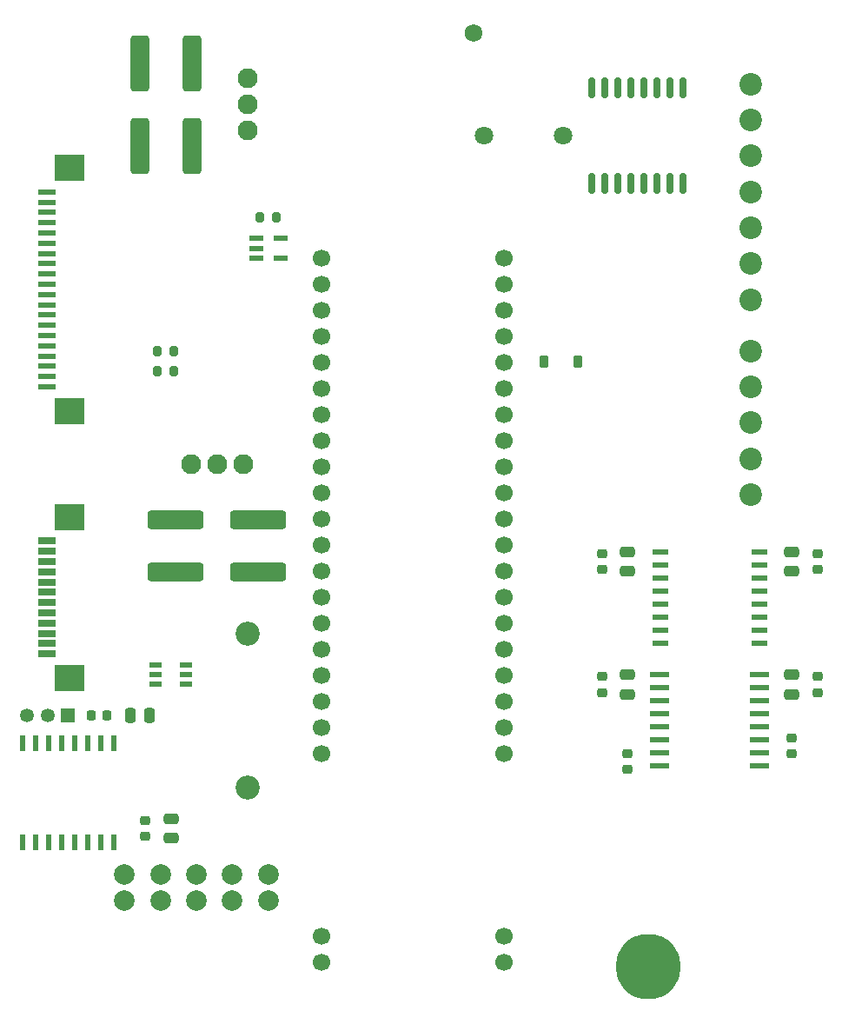
<source format=gbr>
%TF.GenerationSoftware,KiCad,Pcbnew,9.0.3*%
%TF.CreationDate,2025-09-01T08:56:01+03:00*%
%TF.ProjectId,PMCPU-LLP,504d4350-552d-44c4-9c50-2e6b69636164,rev?*%
%TF.SameCoordinates,Original*%
%TF.FileFunction,Soldermask,Top*%
%TF.FilePolarity,Negative*%
%FSLAX46Y46*%
G04 Gerber Fmt 4.6, Leading zero omitted, Abs format (unit mm)*
G04 Created by KiCad (PCBNEW 9.0.3) date 2025-09-01 08:56:01*
%MOMM*%
%LPD*%
G01*
G04 APERTURE LIST*
G04 Aperture macros list*
%AMRoundRect*
0 Rectangle with rounded corners*
0 $1 Rounding radius*
0 $2 $3 $4 $5 $6 $7 $8 $9 X,Y pos of 4 corners*
0 Add a 4 corners polygon primitive as box body*
4,1,4,$2,$3,$4,$5,$6,$7,$8,$9,$2,$3,0*
0 Add four circle primitives for the rounded corners*
1,1,$1+$1,$2,$3*
1,1,$1+$1,$4,$5*
1,1,$1+$1,$6,$7*
1,1,$1+$1,$8,$9*
0 Add four rect primitives between the rounded corners*
20,1,$1+$1,$2,$3,$4,$5,0*
20,1,$1+$1,$4,$5,$6,$7,0*
20,1,$1+$1,$6,$7,$8,$9,0*
20,1,$1+$1,$8,$9,$2,$3,0*%
G04 Aperture macros list end*
%ADD10RoundRect,0.225000X0.225000X0.375000X-0.225000X0.375000X-0.225000X-0.375000X0.225000X-0.375000X0*%
%ADD11O,6.350000X6.350000*%
%ADD12R,1.181100X0.558800*%
%ADD13RoundRect,0.200000X0.200000X0.275000X-0.200000X0.275000X-0.200000X-0.275000X0.200000X-0.275000X0*%
%ADD14RoundRect,0.250000X-0.475000X0.250000X-0.475000X-0.250000X0.475000X-0.250000X0.475000X0.250000X0*%
%ADD15RoundRect,0.225000X-0.250000X0.225000X-0.250000X-0.225000X0.250000X-0.225000X0.250000X0.225000X0*%
%ADD16C,1.800000*%
%ADD17RoundRect,0.250000X-2.450000X0.650000X-2.450000X-0.650000X2.450000X-0.650000X2.450000X0.650000X0*%
%ADD18RoundRect,0.250000X0.650000X2.450000X-0.650000X2.450000X-0.650000X-2.450000X0.650000X-2.450000X0*%
%ADD19R,1.854200X0.482600*%
%ADD20R,0.482600X1.549400*%
%ADD21R,1.320800X0.558800*%
%ADD22C,1.950000*%
%ADD23R,1.803400X0.635000*%
%ADD24R,2.997200X2.590800*%
%ADD25R,1.350000X1.350000*%
%ADD26C,1.350000*%
%ADD27RoundRect,0.250000X0.475000X-0.250000X0.475000X0.250000X-0.475000X0.250000X-0.475000X-0.250000X0*%
%ADD28RoundRect,0.250000X-0.250000X-0.475000X0.250000X-0.475000X0.250000X0.475000X-0.250000X0.475000X0*%
%ADD29C,1.700000*%
%ADD30R,1.800000X0.600000*%
%ADD31R,3.000000X2.600000*%
%ADD32C,1.725000*%
%ADD33RoundRect,0.225000X0.250000X-0.225000X0.250000X0.225000X-0.250000X0.225000X-0.250000X-0.225000X0*%
%ADD34C,2.200000*%
%ADD35R,1.549400X0.482600*%
%ADD36RoundRect,0.150000X0.150000X-0.875000X0.150000X0.875000X-0.150000X0.875000X-0.150000X-0.875000X0*%
%ADD37C,2.000000*%
%ADD38RoundRect,0.225000X0.225000X0.250000X-0.225000X0.250000X-0.225000X-0.250000X0.225000X-0.250000X0*%
%ADD39C,2.350000*%
G04 APERTURE END LIST*
D10*
%TO.C,D1*%
X15150000Y13000000D03*
X11850000Y13000000D03*
%TD*%
D11*
%TO.C,PE1*%
X22000000Y-46000000D03*
%TD*%
D12*
%TO.C,U7*%
X-23033150Y-18450001D03*
X-23033150Y-17500000D03*
X-23033150Y-16549999D03*
X-25966850Y-16549999D03*
X-25966850Y-17500000D03*
X-25966850Y-18450001D03*
%TD*%
D13*
%TO.C,R10*%
X-24175000Y14000000D03*
X-25825000Y14000000D03*
%TD*%
D14*
%TO.C,C4*%
X36000000Y-17550000D03*
X36000000Y-19450000D03*
%TD*%
D15*
%TO.C,C8*%
X36000000Y-23705000D03*
X36000000Y-25255000D03*
%TD*%
D16*
%TO.C,J1*%
X13750000Y35000000D03*
X6000000Y35000000D03*
%TD*%
D17*
%TO.C,C3*%
X-24000000Y-2450000D03*
X-24000000Y-7550000D03*
%TD*%
D15*
%TO.C,C7*%
X38500000Y-17725000D03*
X38500000Y-19275000D03*
%TD*%
%TO.C,C15*%
X20000000Y-25225000D03*
X20000000Y-26775000D03*
%TD*%
D14*
%TO.C,C13*%
X20000000Y-17550000D03*
X20000000Y-19450000D03*
%TD*%
D18*
%TO.C,C6*%
X-22450000Y42000000D03*
X-27550000Y42000000D03*
%TD*%
D13*
%TO.C,R9*%
X-24175000Y12000000D03*
X-25825000Y12000000D03*
%TD*%
D19*
%TO.C,U5*%
X23123200Y-17555000D03*
X23123200Y-18825000D03*
X23123200Y-20095000D03*
X23123200Y-21365000D03*
X23123200Y-22635000D03*
X23123200Y-23905000D03*
X23123200Y-25175000D03*
X23123200Y-26445000D03*
X32876800Y-26445000D03*
X32876800Y-25175000D03*
X32876800Y-23905000D03*
X32876800Y-22635000D03*
X32876800Y-21365000D03*
X32876800Y-20095000D03*
X32876800Y-18825000D03*
X32876800Y-17555000D03*
%TD*%
D20*
%TO.C,U4*%
X-30055000Y-24174000D03*
X-31325000Y-24174000D03*
X-32595000Y-24174000D03*
X-33865000Y-24174000D03*
X-35135000Y-24174000D03*
X-36405000Y-24174000D03*
X-37675000Y-24174000D03*
X-38945000Y-24174000D03*
X-38945000Y-33826000D03*
X-37675000Y-33826000D03*
X-36405000Y-33826000D03*
X-35135000Y-33826000D03*
X-33865000Y-33826000D03*
X-32595000Y-33826000D03*
X-31325000Y-33826000D03*
X-30055000Y-33826000D03*
%TD*%
D21*
%TO.C,CR1*%
X-16193800Y24950001D03*
X-16193800Y24000000D03*
X-16193800Y23049999D03*
X-13806200Y23049999D03*
X-13806200Y24950001D03*
%TD*%
D22*
%TO.C,J5*%
X-17000000Y35460000D03*
X-17000000Y38000000D03*
X-17000000Y40540000D03*
%TD*%
D23*
%TO.C,J7*%
X-36556000Y-15499992D03*
X-36556000Y-14499994D03*
X-36556000Y-13499996D03*
X-36556000Y-12499998D03*
X-36556000Y-11500000D03*
X-36556000Y-10500000D03*
X-36556000Y-9500000D03*
X-36556000Y-8500000D03*
X-36556000Y-7500002D03*
X-36556000Y-6500004D03*
X-36556000Y-5500006D03*
X-36556000Y-4500008D03*
D24*
X-34385999Y-17850003D03*
X-34385999Y-2149997D03*
%TD*%
D25*
%TO.C,J11*%
X-34500000Y-21500000D03*
D26*
X-36500000Y-21500000D03*
X-38500000Y-21500000D03*
%TD*%
D27*
%TO.C,C10*%
X-24500000Y-33450000D03*
X-24500000Y-31550000D03*
%TD*%
D28*
%TO.C,C12*%
X-28450000Y-21500000D03*
X-26550000Y-21500000D03*
%TD*%
D22*
%TO.C,J4*%
X-17460000Y3000000D03*
X-20000000Y3000000D03*
X-22540000Y3000000D03*
%TD*%
D29*
%TO.C,U3*%
X-9780000Y23080000D03*
X-9780000Y20540000D03*
X-9780000Y18000000D03*
X-9780000Y15460000D03*
X-9780000Y12920000D03*
X-9780000Y10380000D03*
X-9780000Y7840000D03*
X-9780000Y5300000D03*
X-9780000Y2760000D03*
X-9780000Y220000D03*
X-9780000Y-2320000D03*
X-9780000Y-4860000D03*
X-9780000Y-7400000D03*
X-9780000Y-9940000D03*
X-9780000Y-12480000D03*
X-9780000Y-15020000D03*
X-9780000Y-17560000D03*
X-9780000Y-20100000D03*
X-9780000Y-22640000D03*
X-9780000Y-25180000D03*
X8000000Y-25180000D03*
X8000000Y-22640000D03*
X8000000Y-20100000D03*
X8000000Y-17560000D03*
X8000000Y-15020000D03*
X8000000Y-12480000D03*
X8000000Y-9940000D03*
X8000000Y-7400000D03*
X8000000Y-4860000D03*
X8000000Y-2320000D03*
X8000000Y220000D03*
X8000000Y2760000D03*
X8000000Y5300000D03*
X8000000Y7840000D03*
X8000000Y10380000D03*
X8000000Y12920000D03*
X8000000Y15460000D03*
X8000000Y18000000D03*
X8000000Y20540000D03*
X8000000Y23080000D03*
X-9780000Y-42960000D03*
X8000000Y-42960000D03*
X-9780000Y-45500000D03*
X8000000Y-45500000D03*
%TD*%
D30*
%TO.C,JM1*%
X-36546000Y10500000D03*
X-36546000Y11500000D03*
X-36546000Y12500000D03*
X-36546000Y13500000D03*
X-36546000Y14500000D03*
X-36546000Y15500000D03*
X-36546000Y16500000D03*
X-36546000Y17500000D03*
X-36546000Y18500000D03*
X-36546000Y19500000D03*
X-36546000Y20500000D03*
X-36546000Y21500000D03*
X-36546000Y22500000D03*
X-36546000Y23500000D03*
X-36546000Y24500000D03*
X-36546000Y25500000D03*
X-36546000Y26500000D03*
X-36546000Y27500000D03*
X-36546000Y28500000D03*
X-36546000Y29500000D03*
D31*
X-34375000Y8150000D03*
X-34375000Y31850000D03*
%TD*%
D32*
%TO.C,U2*%
X5000000Y45000000D03*
%TD*%
D14*
%TO.C,C19*%
X20000000Y-5550000D03*
X20000000Y-7450000D03*
%TD*%
D33*
%TO.C,C9*%
X-27000000Y-33275000D03*
X-27000000Y-31725000D03*
%TD*%
D13*
%TO.C,R11*%
X-14175000Y27000000D03*
X-15825000Y27000000D03*
%TD*%
D18*
%TO.C,C5*%
X-22450000Y34000000D03*
X-27550000Y34000000D03*
%TD*%
D34*
%TO.C,J14*%
X32000000Y0D03*
X32000000Y3500000D03*
X32000000Y7000000D03*
X32000000Y10500000D03*
X32000000Y14000000D03*
%TD*%
D14*
%TO.C,C17*%
X36000000Y-5550000D03*
X36000000Y-7450000D03*
%TD*%
D17*
%TO.C,C2*%
X-16000000Y-2450000D03*
X-16000000Y-7550000D03*
%TD*%
D15*
%TO.C,C18*%
X17500000Y-5725000D03*
X17500000Y-7275000D03*
%TD*%
D35*
%TO.C,U8*%
X23174000Y-5555000D03*
X23174000Y-6825000D03*
X23174000Y-8095000D03*
X23174000Y-9365000D03*
X23174000Y-10635000D03*
X23174000Y-11905000D03*
X23174000Y-13175000D03*
X23174000Y-14445000D03*
X32826000Y-14445000D03*
X32826000Y-13175000D03*
X32826000Y-11905000D03*
X32826000Y-10635000D03*
X32826000Y-9365000D03*
X32826000Y-8095000D03*
X32826000Y-6825000D03*
X32826000Y-5555000D03*
%TD*%
D36*
%TO.C,U6*%
X16555000Y30350000D03*
X17825000Y30350000D03*
X19095000Y30350000D03*
X20365000Y30350000D03*
X21635000Y30350000D03*
X22905000Y30350000D03*
X24175000Y30350000D03*
X25445000Y30350000D03*
X25445000Y39650000D03*
X24175000Y39650000D03*
X22905000Y39650000D03*
X21635000Y39650000D03*
X20365000Y39650000D03*
X19095000Y39650000D03*
X17825000Y39650000D03*
X16555000Y39650000D03*
%TD*%
D34*
%TO.C,J13*%
X32000000Y19000000D03*
X32000000Y22500000D03*
X32000000Y26000000D03*
X32000000Y29500000D03*
X32000000Y33000000D03*
X32000000Y36500000D03*
X32000000Y40000000D03*
%TD*%
D37*
%TO.C,J3*%
X-29000000Y-37000000D03*
X-25500000Y-37000000D03*
X-22000000Y-37000000D03*
X-18500000Y-37000000D03*
X-15000000Y-37000000D03*
X-29000000Y-39500000D03*
X-25500000Y-39500000D03*
X-22000000Y-39500000D03*
X-18500000Y-39500000D03*
X-15000000Y-39500000D03*
%TD*%
D15*
%TO.C,C14*%
X17500000Y-17725000D03*
X17500000Y-19275000D03*
%TD*%
D38*
%TO.C,C11*%
X-30725000Y-21500000D03*
X-32275000Y-21500000D03*
%TD*%
D15*
%TO.C,C16*%
X38500000Y-5725000D03*
X38500000Y-7275000D03*
%TD*%
D39*
%TO.C,U1*%
X-17000000Y-28500000D03*
X-17000000Y-13500000D03*
%TD*%
M02*

</source>
